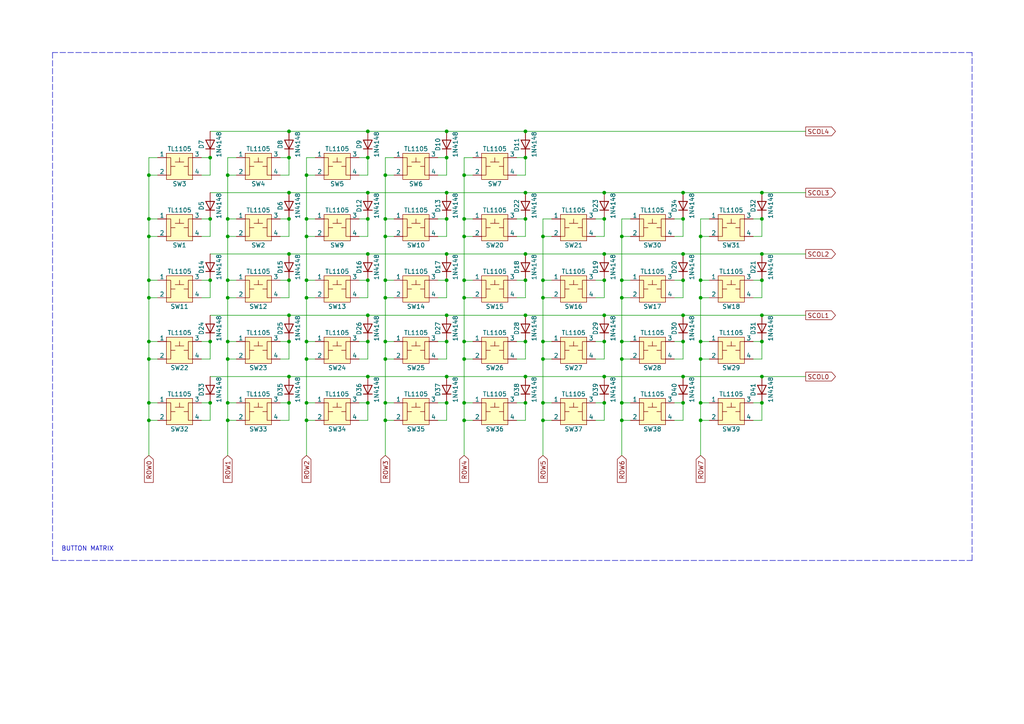
<source format=kicad_sch>
(kicad_sch (version 20211123) (generator eeschema)
  (paper "A4")
  (title_block (title "PER|FORMER eurorack sequencer") (date "2018-10-09") (rev "1.1") (company "westlicht") (comment 1 "cc-by-nc-sa"))
  (junction (at 83.82 109.22))
  (junction (at 106.68 63.5))
  (junction (at 66.04 121.92))
  (junction (at 106.68 91.44))
  (junction (at 175.26 63.5))
  (junction (at 60.96 99.06))
  (junction (at 180.34 121.92))
  (junction (at 198.12 116.84))
  (junction (at 152.4 99.06))
  (junction (at 152.4 63.5))
  (junction (at 129.54 73.66))
  (junction (at 66.04 116.84))
  (junction (at 43.18 63.5))
  (junction (at 88.9 104.14))
  (junction (at 203.2 121.92))
  (junction (at 83.82 38.1))
  (junction (at 106.68 38.1))
  (junction (at 203.2 81.28))
  (junction (at 220.98 73.66))
  (junction (at 152.4 116.84))
  (junction (at 157.48 104.14))
  (junction (at 175.26 109.22))
  (junction (at 66.04 63.5))
  (junction (at 111.76 121.92))
  (junction (at 129.54 55.88))
  (junction (at 111.76 81.28))
  (junction (at 43.18 121.92))
  (junction (at 175.26 73.66))
  (junction (at 83.82 73.66))
  (junction (at 129.54 116.84))
  (junction (at 220.98 99.06))
  (junction (at 60.96 81.28))
  (junction (at 175.26 116.84))
  (junction (at 106.68 45.72))
  (junction (at 83.82 81.28))
  (junction (at 83.82 63.5))
  (junction (at 203.2 86.36))
  (junction (at 220.98 116.84))
  (junction (at 60.96 116.84))
  (junction (at 106.68 109.22))
  (junction (at 134.62 116.84))
  (junction (at 88.9 86.36))
  (junction (at 129.54 63.5))
  (junction (at 203.2 104.14))
  (junction (at 88.9 121.92))
  (junction (at 152.4 81.28))
  (junction (at 203.2 116.84))
  (junction (at 111.76 63.5))
  (junction (at 220.98 91.44))
  (junction (at 220.98 55.88))
  (junction (at 66.04 68.58))
  (junction (at 111.76 99.06))
  (junction (at 134.62 99.06))
  (junction (at 198.12 109.22))
  (junction (at 129.54 45.72))
  (junction (at 134.62 104.14))
  (junction (at 66.04 86.36))
  (junction (at 134.62 86.36))
  (junction (at 175.26 55.88))
  (junction (at 175.26 99.06))
  (junction (at 134.62 68.58))
  (junction (at 180.34 81.28))
  (junction (at 66.04 99.06))
  (junction (at 43.18 99.06))
  (junction (at 43.18 68.58))
  (junction (at 134.62 50.8))
  (junction (at 157.48 116.84))
  (junction (at 198.12 81.28))
  (junction (at 134.62 121.92))
  (junction (at 180.34 68.58))
  (junction (at 152.4 91.44))
  (junction (at 83.82 91.44))
  (junction (at 66.04 81.28))
  (junction (at 134.62 63.5))
  (junction (at 198.12 73.66))
  (junction (at 157.48 121.92))
  (junction (at 43.18 116.84))
  (junction (at 106.68 55.88))
  (junction (at 88.9 50.8))
  (junction (at 88.9 63.5))
  (junction (at 111.76 104.14))
  (junction (at 198.12 99.06))
  (junction (at 157.48 81.28))
  (junction (at 83.82 99.06))
  (junction (at 152.4 109.22))
  (junction (at 129.54 99.06))
  (junction (at 43.18 104.14))
  (junction (at 88.9 116.84))
  (junction (at 43.18 81.28))
  (junction (at 66.04 50.8))
  (junction (at 129.54 91.44))
  (junction (at 111.76 50.8))
  (junction (at 83.82 116.84))
  (junction (at 111.76 68.58))
  (junction (at 152.4 38.1))
  (junction (at 60.96 63.5))
  (junction (at 88.9 68.58))
  (junction (at 180.34 116.84))
  (junction (at 60.96 45.72))
  (junction (at 83.82 45.72))
  (junction (at 198.12 55.88))
  (junction (at 152.4 73.66))
  (junction (at 106.68 73.66))
  (junction (at 66.04 104.14))
  (junction (at 157.48 99.06))
  (junction (at 106.68 116.84))
  (junction (at 106.68 99.06))
  (junction (at 134.62 81.28))
  (junction (at 180.34 86.36))
  (junction (at 106.68 81.28))
  (junction (at 88.9 99.06))
  (junction (at 43.18 86.36))
  (junction (at 88.9 81.28))
  (junction (at 157.48 86.36))
  (junction (at 83.82 55.88))
  (junction (at 180.34 104.14))
  (junction (at 198.12 91.44))
  (junction (at 175.26 81.28))
  (junction (at 198.12 63.5))
  (junction (at 220.98 109.22))
  (junction (at 129.54 81.28))
  (junction (at 180.34 99.06))
  (junction (at 152.4 55.88))
  (junction (at 220.98 81.28))
  (junction (at 220.98 63.5))
  (junction (at 175.26 91.44))
  (junction (at 152.4 45.72))
  (junction (at 129.54 38.1))
  (junction (at 157.48 68.58))
  (junction (at 129.54 109.22))
  (junction (at 203.2 99.06))
  (junction (at 111.76 86.36))
  (junction (at 43.18 50.8))
  (junction (at 203.2 68.58))
  (junction (at 111.76 116.84))
  (wire (pts (xy 218.44 81.28) (xy 220.98 81.28)))
  (wire (pts (xy 111.76 81.28) (xy 111.76 86.36)))
  (wire (pts (xy 66.04 81.28) (xy 66.04 86.36)))
  (wire (pts (xy 83.82 45.72) (xy 83.82 50.8)))
  (wire (pts (xy 66.04 99.06) (xy 66.04 104.14)))
  (wire (pts (xy 203.2 68.58) (xy 203.2 81.28)))
  (wire (pts (xy 157.48 104.14) (xy 160.02 104.14)))
  (wire (pts (xy 220.98 86.36) (xy 218.44 86.36)))
  (wire (pts (xy 134.62 50.8) (xy 134.62 63.5)))
  (wire (pts (xy 45.72 116.84) (xy 43.18 116.84)))
  (wire (pts (xy 152.4 109.22) (xy 175.26 109.22)))
  (wire (pts (xy 175.26 73.66) (xy 198.12 73.66)))
  (wire (pts (xy 152.4 68.58) (xy 149.86 68.58)))
  (wire (pts (xy 198.12 116.84) (xy 198.12 121.92)))
  (wire (pts (xy 91.44 121.92) (xy 88.9 121.92)))
  (wire (pts (xy 83.82 109.22) (xy 106.68 109.22)))
  (wire (pts (xy 180.34 86.36) (xy 180.34 99.06)))
  (wire (pts (xy 203.2 104.14) (xy 205.74 104.14)))
  (wire (pts (xy 175.26 116.84) (xy 175.26 121.92)))
  (wire (pts (xy 60.96 99.06) (xy 60.96 104.14)))
  (wire (pts (xy 129.54 68.58) (xy 127 68.58)))
  (wire (pts (xy 127 81.28) (xy 129.54 81.28)))
  (wire (pts (xy 157.48 116.84) (xy 157.48 121.92)))
  (wire (pts (xy 88.9 104.14) (xy 88.9 116.84)))
  (wire (pts (xy 91.44 104.14) (xy 88.9 104.14)))
  (wire (pts (xy 114.3 86.36) (xy 111.76 86.36)))
  (wire (pts (xy 106.68 63.5) (xy 106.68 68.58)))
  (wire (pts (xy 157.48 116.84) (xy 160.02 116.84)))
  (wire (pts (xy 220.98 116.84) (xy 220.98 121.92)))
  (wire (pts (xy 106.68 73.66) (xy 129.54 73.66)))
  (wire (pts (xy 129.54 116.84) (xy 129.54 121.92)))
  (wire (pts (xy 129.54 86.36) (xy 127 86.36)))
  (wire (pts (xy 106.68 121.92) (xy 104.14 121.92)))
  (wire (pts (xy 43.18 116.84) (xy 43.18 121.92)))
  (wire (pts (xy 111.76 68.58) (xy 111.76 81.28)))
  (wire (pts (xy 88.9 50.8) (xy 88.9 63.5)))
  (wire (pts (xy 152.4 116.84) (xy 152.4 121.92)))
  (wire (pts (xy 106.68 81.28) (xy 106.68 86.36)))
  (wire (pts (xy 149.86 116.84) (xy 152.4 116.84)))
  (wire (pts (xy 198.12 63.5) (xy 198.12 68.58)))
  (wire (pts (xy 88.9 45.72) (xy 88.9 50.8)))
  (wire (pts (xy 83.82 55.88) (xy 106.68 55.88)))
  (wire (pts (xy 104.14 45.72) (xy 106.68 45.72)))
  (wire (pts (xy 91.44 99.06) (xy 88.9 99.06)))
  (wire (pts (xy 172.72 63.5) (xy 175.26 63.5)))
  (wire (pts (xy 180.34 81.28) (xy 180.34 86.36)))
  (wire (pts (xy 134.62 116.84) (xy 134.62 121.92)))
  (wire (pts (xy 157.48 86.36) (xy 160.02 86.36)))
  (wire (pts (xy 203.2 99.06) (xy 205.74 99.06)))
  (wire (pts (xy 60.96 68.58) (xy 58.42 68.58)))
  (wire (pts (xy 83.82 38.1) (xy 106.68 38.1)))
  (polyline (pts (xy 281.94 162.56) (xy 281.94 15.24)))
  (wire (pts (xy 45.72 104.14) (xy 43.18 104.14)))
  (wire (pts (xy 114.3 99.06) (xy 111.76 99.06)))
  (wire (pts (xy 60.96 109.22) (xy 83.82 109.22)))
  (wire (pts (xy 58.42 99.06) (xy 60.96 99.06)))
  (wire (pts (xy 137.16 68.58) (xy 134.62 68.58)))
  (wire (pts (xy 83.82 63.5) (xy 83.82 68.58)))
  (wire (pts (xy 175.26 121.92) (xy 172.72 121.92)))
  (wire (pts (xy 157.48 86.36) (xy 157.48 99.06)))
  (wire (pts (xy 152.4 38.1) (xy 233.68 38.1)))
  (wire (pts (xy 172.72 99.06) (xy 175.26 99.06)))
  (wire (pts (xy 127 116.84) (xy 129.54 116.84)))
  (wire (pts (xy 205.74 68.58) (xy 203.2 68.58)))
  (wire (pts (xy 152.4 86.36) (xy 149.86 86.36)))
  (wire (pts (xy 157.48 99.06) (xy 157.48 104.14)))
  (wire (pts (xy 175.26 55.88) (xy 198.12 55.88)))
  (wire (pts (xy 160.02 63.5) (xy 157.48 63.5)))
  (wire (pts (xy 157.48 68.58) (xy 157.48 81.28)))
  (wire (pts (xy 66.04 63.5) (xy 66.04 68.58)))
  (wire (pts (xy 111.76 63.5) (xy 111.76 68.58)))
  (wire (pts (xy 68.58 99.06) (xy 66.04 99.06)))
  (wire (pts (xy 114.3 121.92) (xy 111.76 121.92)))
  (wire (pts (xy 104.14 99.06) (xy 106.68 99.06)))
  (wire (pts (xy 220.98 63.5) (xy 220.98 68.58)))
  (wire (pts (xy 68.58 86.36) (xy 66.04 86.36)))
  (wire (pts (xy 134.62 68.58) (xy 134.62 81.28)))
  (wire (pts (xy 91.44 116.84) (xy 88.9 116.84)))
  (wire (pts (xy 88.9 99.06) (xy 88.9 104.14)))
  (wire (pts (xy 220.98 91.44) (xy 233.68 91.44)))
  (wire (pts (xy 60.96 81.28) (xy 60.96 86.36)))
  (wire (pts (xy 106.68 104.14) (xy 104.14 104.14)))
  (wire (pts (xy 88.9 68.58) (xy 88.9 81.28)))
  (wire (pts (xy 180.34 99.06) (xy 180.34 104.14)))
  (wire (pts (xy 129.54 73.66) (xy 152.4 73.66)))
  (wire (pts (xy 45.72 121.92) (xy 43.18 121.92)))
  (wire (pts (xy 91.44 50.8) (xy 88.9 50.8)))
  (wire (pts (xy 83.82 99.06) (xy 83.82 104.14)))
  (wire (pts (xy 220.98 104.14) (xy 218.44 104.14)))
  (wire (pts (xy 129.54 38.1) (xy 152.4 38.1)))
  (wire (pts (xy 137.16 45.72) (xy 134.62 45.72)))
  (wire (pts (xy 195.58 63.5) (xy 198.12 63.5)))
  (wire (pts (xy 106.68 50.8) (xy 104.14 50.8)))
  (wire (pts (xy 137.16 116.84) (xy 134.62 116.84)))
  (wire (pts (xy 195.58 99.06) (xy 198.12 99.06)))
  (wire (pts (xy 111.76 50.8) (xy 111.76 63.5)))
  (wire (pts (xy 68.58 116.84) (xy 66.04 116.84)))
  (wire (pts (xy 149.86 99.06) (xy 152.4 99.06)))
  (wire (pts (xy 203.2 63.5) (xy 203.2 68.58)))
  (wire (pts (xy 137.16 63.5) (xy 134.62 63.5)))
  (wire (pts (xy 129.54 104.14) (xy 127 104.14)))
  (wire (pts (xy 60.96 91.44) (xy 83.82 91.44)))
  (wire (pts (xy 60.96 45.72) (xy 60.96 50.8)))
  (wire (pts (xy 172.72 116.84) (xy 175.26 116.84)))
  (polyline (pts (xy 15.24 15.24) (xy 15.24 162.56)))
  (wire (pts (xy 68.58 50.8) (xy 66.04 50.8)))
  (wire (pts (xy 106.68 109.22) (xy 129.54 109.22)))
  (wire (pts (xy 220.98 55.88) (xy 233.68 55.88)))
  (wire (pts (xy 68.58 104.14) (xy 66.04 104.14)))
  (wire (pts (xy 45.72 68.58) (xy 43.18 68.58)))
  (wire (pts (xy 127 99.06) (xy 129.54 99.06)))
  (wire (pts (xy 45.72 63.5) (xy 43.18 63.5)))
  (wire (pts (xy 68.58 121.92) (xy 66.04 121.92)))
  (wire (pts (xy 43.18 50.8) (xy 43.18 63.5)))
  (wire (pts (xy 157.48 104.14) (xy 157.48 116.84)))
  (wire (pts (xy 45.72 45.72) (xy 43.18 45.72)))
  (wire (pts (xy 180.34 99.06) (xy 182.88 99.06)))
  (wire (pts (xy 220.98 73.66) (xy 233.68 73.66)))
  (wire (pts (xy 152.4 45.72) (xy 152.4 50.8)))
  (wire (pts (xy 58.42 63.5) (xy 60.96 63.5)))
  (wire (pts (xy 91.44 81.28) (xy 88.9 81.28)))
  (wire (pts (xy 220.98 99.06) (xy 220.98 104.14)))
  (wire (pts (xy 43.18 81.28) (xy 43.18 86.36)))
  (wire (pts (xy 203.2 86.36) (xy 205.74 86.36)))
  (wire (pts (xy 81.28 116.84) (xy 83.82 116.84)))
  (wire (pts (xy 198.12 73.66) (xy 220.98 73.66)))
  (wire (pts (xy 58.42 116.84) (xy 60.96 116.84)))
  (wire (pts (xy 114.3 81.28) (xy 111.76 81.28)))
  (wire (pts (xy 83.82 91.44) (xy 106.68 91.44)))
  (wire (pts (xy 68.58 81.28) (xy 66.04 81.28)))
  (wire (pts (xy 152.4 50.8) (xy 149.86 50.8)))
  (wire (pts (xy 137.16 86.36) (xy 134.62 86.36)))
  (wire (pts (xy 58.42 45.72) (xy 60.96 45.72)))
  (wire (pts (xy 66.04 104.14) (xy 66.04 116.84)))
  (wire (pts (xy 180.34 116.84) (xy 182.88 116.84)))
  (wire (pts (xy 129.54 50.8) (xy 127 50.8)))
  (wire (pts (xy 43.18 99.06) (xy 43.18 104.14)))
  (wire (pts (xy 129.54 109.22) (xy 152.4 109.22)))
  (wire (pts (xy 198.12 121.92) (xy 195.58 121.92)))
  (wire (pts (xy 220.98 81.28) (xy 220.98 86.36)))
  (wire (pts (xy 111.76 121.92) (xy 111.76 132.08)))
  (polyline (pts (xy 281.94 15.24) (xy 15.24 15.24)))
  (wire (pts (xy 198.12 68.58) (xy 195.58 68.58)))
  (wire (pts (xy 149.86 63.5) (xy 152.4 63.5)))
  (wire (pts (xy 83.82 81.28) (xy 83.82 86.36)))
  (wire (pts (xy 175.26 91.44) (xy 198.12 91.44)))
  (wire (pts (xy 175.26 99.06) (xy 175.26 104.14)))
  (wire (pts (xy 68.58 68.58) (xy 66.04 68.58)))
  (wire (pts (xy 104.14 116.84) (xy 106.68 116.84)))
  (wire (pts (xy 43.18 45.72) (xy 43.18 50.8)))
  (wire (pts (xy 129.54 63.5) (xy 129.54 68.58)))
  (wire (pts (xy 180.34 68.58) (xy 180.34 81.28)))
  (wire (pts (xy 180.34 63.5) (xy 180.34 68.58)))
  (wire (pts (xy 157.48 81.28) (xy 157.48 86.36)))
  (wire (pts (xy 114.3 63.5) (xy 111.76 63.5)))
  (polyline (pts (xy 15.24 162.56) (xy 281.94 162.56)))
  (wire (pts (xy 220.98 68.58) (xy 218.44 68.58)))
  (wire (pts (xy 111.76 86.36) (xy 111.76 99.06)))
  (wire (pts (xy 129.54 99.06) (xy 129.54 104.14)))
  (wire (pts (xy 198.12 86.36) (xy 195.58 86.36)))
  (wire (pts (xy 68.58 63.5) (xy 66.04 63.5)))
  (wire (pts (xy 111.76 104.14) (xy 111.76 116.84)))
  (wire (pts (xy 175.26 109.22) (xy 198.12 109.22)))
  (wire (pts (xy 106.68 55.88) (xy 129.54 55.88)))
  (wire (pts (xy 152.4 91.44) (xy 175.26 91.44)))
  (wire (pts (xy 60.96 121.92) (xy 58.42 121.92)))
  (wire (pts (xy 203.2 104.14) (xy 203.2 116.84)))
  (wire (pts (xy 203.2 121.92) (xy 203.2 132.08)))
  (wire (pts (xy 114.3 68.58) (xy 111.76 68.58)))
  (wire (pts (xy 182.88 68.58) (xy 180.34 68.58)))
  (wire (pts (xy 220.98 121.92) (xy 218.44 121.92)))
  (wire (pts (xy 114.3 104.14) (xy 111.76 104.14)))
  (wire (pts (xy 83.82 86.36) (xy 81.28 86.36)))
  (wire (pts (xy 114.3 116.84) (xy 111.76 116.84)))
  (wire (pts (xy 66.04 121.92) (xy 66.04 132.08)))
  (wire (pts (xy 137.16 104.14) (xy 134.62 104.14)))
  (wire (pts (xy 60.96 104.14) (xy 58.42 104.14)))
  (wire (pts (xy 218.44 116.84) (xy 220.98 116.84)))
  (wire (pts (xy 91.44 86.36) (xy 88.9 86.36)))
  (wire (pts (xy 88.9 121.92) (xy 88.9 132.08)))
  (wire (pts (xy 129.54 121.92) (xy 127 121.92)))
  (wire (pts (xy 66.04 68.58) (xy 66.04 81.28)))
  (wire (pts (xy 83.82 104.14) (xy 81.28 104.14)))
  (wire (pts (xy 88.9 86.36) (xy 88.9 99.06)))
  (wire (pts (xy 60.96 38.1) (xy 83.82 38.1)))
  (wire (pts (xy 134.62 63.5) (xy 134.62 68.58)))
  (wire (pts (xy 180.34 104.14) (xy 182.88 104.14)))
  (wire (pts (xy 134.62 45.72) (xy 134.62 50.8)))
  (wire (pts (xy 203.2 121.92) (xy 205.74 121.92)))
  (wire (pts (xy 45.72 99.06) (xy 43.18 99.06)))
  (wire (pts (xy 106.68 86.36) (xy 104.14 86.36)))
  (wire (pts (xy 160.02 68.58) (xy 157.48 68.58)))
  (wire (pts (xy 218.44 99.06) (xy 220.98 99.06)))
  (wire (pts (xy 198.12 55.88) (xy 220.98 55.88)))
  (wire (pts (xy 152.4 81.28) (xy 152.4 86.36)))
  (wire (pts (xy 127 45.72) (xy 129.54 45.72)))
  (wire (pts (xy 60.96 55.88) (xy 83.82 55.88)))
  (wire (pts (xy 129.54 55.88) (xy 152.4 55.88)))
  (wire (pts (xy 104.14 81.28) (xy 106.68 81.28)))
  (wire (pts (xy 60.96 86.36) (xy 58.42 86.36)))
  (wire (pts (xy 83.82 121.92) (xy 81.28 121.92)))
  (wire (pts (xy 43.18 63.5) (xy 43.18 68.58)))
  (wire (pts (xy 43.18 86.36) (xy 43.18 99.06)))
  (wire (pts (xy 152.4 104.14) (xy 149.86 104.14)))
  (wire (pts (xy 106.68 38.1) (xy 129.54 38.1)))
  (wire (pts (xy 203.2 99.06) (xy 203.2 104.14)))
  (wire (pts (xy 45.72 50.8) (xy 43.18 50.8)))
  (wire (pts (xy 83.82 50.8) (xy 81.28 50.8)))
  (wire (pts (xy 106.68 99.06) (xy 106.68 104.14)))
  (wire (pts (xy 205.74 63.5) (xy 203.2 63.5)))
  (wire (pts (xy 106.68 91.44) (xy 129.54 91.44)))
  (wire (pts (xy 129.54 45.72) (xy 129.54 50.8)))
  (wire (pts (xy 175.26 63.5) (xy 175.26 68.58)))
  (wire (pts (xy 157.48 63.5) (xy 157.48 68.58)))
  (wire (pts (xy 127 63.5) (xy 129.54 63.5)))
  (wire (pts (xy 43.18 104.14) (xy 43.18 116.84)))
  (wire (pts (xy 203.2 116.84) (xy 203.2 121.92)))
  (wire (pts (xy 45.72 86.36) (xy 43.18 86.36)))
  (wire (pts (xy 198.12 104.14) (xy 195.58 104.14)))
  (wire (pts (xy 134.62 81.28) (xy 134.62 86.36)))
  (wire (pts (xy 111.76 45.72) (xy 111.76 50.8)))
  (wire (pts (xy 152.4 73.66) (xy 175.26 73.66)))
  (wire (pts (xy 180.34 116.84) (xy 180.34 121.92)))
  (wire (pts (xy 60.96 73.66) (xy 83.82 73.66)))
  (wire (pts (xy 157.48 81.28) (xy 160.02 81.28)))
  (wire (pts (xy 134.62 86.36) (xy 134.62 99.06)))
  (wire (pts (xy 106.68 116.84) (xy 106.68 121.92)))
  (wire (pts (xy 111.76 99.06) (xy 111.76 104.14)))
  (wire (pts (xy 43.18 121.92) (xy 43.18 132.08)))
  (wire (pts (xy 195.58 81.28) (xy 198.12 81.28)))
  (wire (pts (xy 203.2 81.28) (xy 205.74 81.28)))
  (wire (pts (xy 114.3 50.8) (xy 111.76 50.8)))
  (wire (pts (xy 180.34 121.92) (xy 182.88 121.92)))
  (wire (pts (xy 152.4 63.5) (xy 152.4 68.58)))
  (wire (pts (xy 134.62 104.14) (xy 134.62 116.84)))
  (wire (pts (xy 157.48 121.92) (xy 160.02 121.92)))
  (wire (pts (xy 175.26 68.58) (xy 172.72 68.58)))
  (wire (pts (xy 60.96 50.8) (xy 58.42 50.8)))
  (wire (pts (xy 88.9 81.28) (xy 88.9 86.36)))
  (wire (pts (xy 43.18 68.58) (xy 43.18 81.28)))
  (wire (pts (xy 175.26 86.36) (xy 172.72 86.36)))
  (wire (pts (xy 198.12 91.44) (xy 220.98 91.44)))
  (wire (pts (xy 137.16 99.06) (xy 134.62 99.06)))
  (wire (pts (xy 83.82 68.58) (xy 81.28 68.58)))
  (wire (pts (xy 198.12 99.06) (xy 198.12 104.14)))
  (wire (pts (xy 81.28 63.5) (xy 83.82 63.5)))
  (wire (pts (xy 81.28 81.28) (xy 83.82 81.28)))
  (wire (pts (xy 152.4 121.92) (xy 149.86 121.92)))
  (wire (pts (xy 137.16 121.92) (xy 134.62 121.92)))
  (wire (pts (xy 152.4 99.06) (xy 152.4 104.14)))
  (wire (pts (xy 81.28 99.06) (xy 83.82 99.06)))
  (wire (pts (xy 137.16 81.28) (xy 134.62 81.28)))
  (wire (pts (xy 91.44 45.72) (xy 88.9 45.72)))
  (wire (pts (xy 182.88 63.5) (xy 180.34 63.5)))
  (wire (pts (xy 137.16 50.8) (xy 134.62 50.8)))
  (wire (pts (xy 198.12 81.28) (xy 198.12 86.36)))
  (wire (pts (xy 180.34 81.28) (xy 182.88 81.28)))
  (wire (pts (xy 175.26 81.28) (xy 175.26 86.36)))
  (wire (pts (xy 66.04 86.36) (xy 66.04 99.06)))
  (wire (pts (xy 180.34 104.14) (xy 180.34 116.84)))
  (wire (pts (xy 175.26 104.14) (xy 172.72 104.14)))
  (wire (pts (xy 66.04 116.84) (xy 66.04 121.92)))
  (wire (pts (xy 157.48 121.92) (xy 157.48 132.08)))
  (wire (pts (xy 66.04 50.8) (xy 66.04 63.5)))
  (wire (pts (xy 81.28 45.72) (xy 83.82 45.72)))
  (wire (pts (xy 68.58 45.72) (xy 66.04 45.72)))
  (wire (pts (xy 134.62 99.06) (xy 134.62 104.14)))
  (wire (pts (xy 104.14 63.5) (xy 106.68 63.5)))
  (wire (pts (xy 129.54 81.28) (xy 129.54 86.36)))
  (wire (pts (xy 45.72 81.28) (xy 43.18 81.28)))
  (wire (pts (xy 91.44 68.58) (xy 88.9 68.58)))
  (wire (pts (xy 106.68 68.58) (xy 104.14 68.58)))
  (wire (pts (xy 134.62 121.92) (xy 134.62 132.08)))
  (wire (pts (xy 220.98 109.22) (xy 233.68 109.22)))
  (wire (pts (xy 60.96 63.5) (xy 60.96 68.58)))
  (wire (pts (xy 83.82 116.84) (xy 83.82 121.92)))
  (wire (pts (xy 203.2 81.28) (xy 203.2 86.36)))
  (wire (pts (xy 58.42 81.28) (xy 60.96 81.28)))
  (wire (pts (xy 88.9 116.84) (xy 88.9 121.92)))
  (wire (pts (xy 149.86 81.28) (xy 152.4 81.28)))
  (wire (pts (xy 66.04 45.72) (xy 66.04 50.8)))
  (wire (pts (xy 111.76 116.84) (xy 111.76 121.92)))
  (wire (pts (xy 180.34 121.92) (xy 180.34 132.08)))
  (wire (pts (xy 91.44 63.5) (xy 88.9 63.5)))
  (wire (pts (xy 88.9 63.5) (xy 88.9 68.58)))
  (wire (pts (xy 172.72 81.28) (xy 175.26 81.28)))
  (wire (pts (xy 203.2 86.36) (xy 203.2 99.06)))
  (wire (pts (xy 218.44 63.5) (xy 220.98 63.5)))
  (wire (pts (xy 152.4 55.88) (xy 175.26 55.88)))
  (wire (pts (xy 114.3 45.72) (xy 111.76 45.72)))
  (wire (pts (xy 203.2 116.84) (xy 205.74 116.84)))
  (wire (pts (xy 157.48 99.06) (xy 160.02 99.06)))
  (wire (pts (xy 198.12 109.22) (xy 220.98 109.22)))
  (wire (pts (xy 106.68 45.72) (xy 106.68 50.8)))
  (wire (pts (xy 180.34 86.36) (xy 182.88 86.36)))
  (wire (pts (xy 60.96 116.84) (xy 60.96 121.92)))
  (wire (pts (xy 195.58 116.84) (xy 198.12 116.84)))
  (wire (pts (xy 83.82 73.66) (xy 106.68 73.66)))
  (wire (pts (xy 129.54 91.44) (xy 152.4 91.44)))
  (wire (pts (xy 149.86 45.72) (xy 152.4 45.72)))
  (text "BUTTON MATRIX" (at 17.78 160.02 0) (effects (font (size 1.2954 1.2954)) (justify left bottom)))
  (global_label "ROW2" (shape input) (at 88.9 132.08 270) (effects (font (size 1.2954 1.2954))) (property "Intersheet References" "${INTERSHEET_REFS}" (effects hide)))
  (global_label "ROW0" (shape input) (at 43.18 132.08 270) (effects (font (size 1.2954 1.2954))) (property "Intersheet References" "${INTERSHEET_REFS}" (effects hide)))
  (global_label "SCOL3" (shape output) (at 233.68 55.88 0) (effects (font (size 1.2954 1.2954))) (property "Intersheet References" "${INTERSHEET_REFS}" (effects hide)))
  (global_label "SCOL0" (shape output) (at 233.68 109.22 0) (effects (font (size 1.2954 1.2954))) (property "Intersheet References" "${INTERSHEET_REFS}" (effects hide)))
  (global_label "ROW4" (shape input) (at 134.62 132.08 270) (effects (font (size 1.2954 1.2954))) (property "Intersheet References" "${INTERSHEET_REFS}" (effects hide)))
  (global_label "SCOL1" (shape output) (at 233.68 91.44 0) (effects (font (size 1.2954 1.2954))) (property "Intersheet References" "${INTERSHEET_REFS}" (effects hide)))
  (global_label "ROW7" (shape input) (at 203.2 132.08 270) (effects (font (size 1.2954 1.2954))) (property "Intersheet References" "${INTERSHEET_REFS}" (effects hide)))
  (global_label "ROW5" (shape input) (at 157.48 132.08 270) (effects (font (size 1.2954 1.2954))) (property "Intersheet References" "${INTERSHEET_REFS}" (effects hide)))
  (global_label "ROW3" (shape input) (at 111.76 132.08 270) (effects (font (size 1.2954 1.2954))) (property "Intersheet References" "${INTERSHEET_REFS}" (effects hide)))
  (global_label "SCOL4" (shape output) (at 233.68 38.1 0) (effects (font (size 1.2954 1.2954))) (property "Intersheet References" "${INTERSHEET_REFS}" (effects hide)))
  (global_label "ROW6" (shape input) (at 180.34 132.08 270) (effects (font (size 1.2954 1.2954))) (property "Intersheet References" "${INTERSHEET_REFS}" (effects hide)))
  (global_label "ROW1" (shape input) (at 66.04 132.08 270) (effects (font (size 1.2954 1.2954))) (property "Intersheet References" "${INTERSHEET_REFS}" (effects hide)))
  (global_label "SCOL2" (shape output) (at 233.68 73.66 0) (effects (font (size 1.2954 1.2954))) (property "Intersheet References" "${INTERSHEET_REFS}" (effects hide)))
  (symbol (lib_id "w_switch:TL1105T") (at 52.07 119.38 0) (unit 1)
    (property "Reference" "SW32" (at 52.07 124.46 0))
    (property "Value" "TL1105" (at 52.07 114.3 0))
    (property "Footprint" "w_switch:TL1105T" (effects hide))
    (property "Datasheet" "http://datasheet.octopart.com/TL1105SPF160Q-E-Switch-datasheet-502092.pdf" (effects hide))
    (property "MFN" "E-Switch" (effects hide))
    (property "MFP" "TL1105SPF160Q" (effects hide))
  )
  (symbol (lib_id "w_switch:TL1105T") (at 52.07 101.6 0) (unit 1)
    (property "Reference" "SW22" (at 52.07 106.68 0))
    (property "Value" "TL1105" (at 52.07 96.52 0))
    (property "Footprint" "w_switch:TL1105T" (effects hide))
    (property "Datasheet" "http://datasheet.octopart.com/TL1105SPF160Q-E-Switch-datasheet-502092.pdf" (effects hide))
    (property "MFN" "E-Switch" (effects hide))
    (property "MFP" "TL1105SPF160Q" (effects hide))
  )
  (symbol (lib_id "w_switch:TL1105T") (at 52.07 83.82 0) (unit 1)
    (property "Reference" "SW11" (at 52.07 88.9 0))
    (property "Value" "TL1105" (at 52.07 78.74 0))
    (property "Footprint" "w_switch:TL1105T" (effects hide))
    (property "Datasheet" "http://datasheet.octopart.com/TL1105SPF160Q-E-Switch-datasheet-502092.pdf" (effects hide))
    (property "MFN" "E-Switch" (effects hide))
    (property "MFP" "TL1105SPF160Q" (effects hide))
  )
  (symbol (lib_id "w_switch:TL1105T") (at 52.07 66.04 0) (unit 1)
    (property "Reference" "SW1" (at 52.07 71.12 0))
    (property "Value" "TL1105" (at 52.07 60.96 0))
    (property "Footprint" "w_switch:TL1105T" (effects hide))
    (property "Datasheet" "http://datasheet.octopart.com/TL1105SPF160Q-E-Switch-datasheet-502092.pdf" (effects hide))
    (property "MFN" "E-Switch" (effects hide))
    (property "MFP" "TL1105SPF160Q" (effects hide))
  )
  (symbol (lib_id "w_switch:TL1105T") (at 52.07 48.26 0) (unit 1)
    (property "Reference" "SW3" (at 52.07 53.34 0))
    (property "Value" "TL1105" (at 52.07 43.18 0))
    (property "Footprint" "w_switch:TL1105T" (effects hide))
    (property "Datasheet" "http://datasheet.octopart.com/TL1105SPF160Q-E-Switch-datasheet-502092.pdf" (effects hide))
    (property "MFN" "E-Switch" (effects hide))
    (property "MFP" "TL1105SPF160Q" (effects hide))
  )
  (symbol (lib_id "Device:D") (at 60.96 41.91 90) (unit 1)
    (property "Reference" "D7" (at 58.42 41.91 0))
    (property "Value" "1N4148" (at 63.5 41.91 0))
    (property "Footprint" "w_diode:D_SOD-123" (effects hide))
    (property "Datasheet" "http://datasheet.octopart.com/1N4148W-7-F-Diodes-Inc.-datasheet-12518151.pdf" (effects hide))
    (property "MFN" "Diodes Inc." (effects hide))
    (property "MFP" "1N4148W-7-F" (effects hide))
    (property "Package" "SOD-123" (effects hide))
  )
  (symbol (lib_id "Device:D") (at 60.96 59.69 90) (unit 1)
    (property "Reference" "D5" (at 58.42 59.69 0))
    (property "Value" "1N4148" (at 63.5 59.69 0))
    (property "Footprint" "w_diode:D_SOD-123" (effects hide))
    (property "Datasheet" "http://datasheet.octopart.com/1N4148W-7-F-Diodes-Inc.-datasheet-12518151.pdf" (effects hide))
    (property "MFN" "Diodes Inc." (effects hide))
    (property "MFP" "1N4148W-7-F" (effects hide))
    (property "Package" "SOD-123" (effects hide))
  )
  (symbol (lib_id "Device:D") (at 60.96 77.47 90) (unit 1)
    (property "Reference" "D14" (at 58.42 77.47 0))
    (property "Value" "1N4148" (at 63.5 77.47 0))
    (property "Footprint" "w_diode:D_SOD-123" (effects hide))
    (property "Datasheet" "http://datasheet.octopart.com/1N4148W-7-F-Diodes-Inc.-datasheet-12518151.pdf" (effects hide))
    (property "MFN" "Diodes Inc." (effects hide))
    (property "MFP" "1N4148W-7-F" (effects hide))
    (property "Package" "SOD-123" (effects hide))
  )
  (symbol (lib_id "Device:D") (at 60.96 95.25 90) (unit 1)
    (property "Reference" "D24" (at 58.42 95.25 0))
    (property "Value" "1N4148" (at 63.5 95.25 0))
    (property "Footprint" "w_diode:D_SOD-123" (effects hide))
    (property "Datasheet" "http://datasheet.octopart.com/1N4148W-7-F-Diodes-Inc.-datasheet-12518151.pdf" (effects hide))
    (property "MFN" "Diodes Inc." (effects hide))
    (property "MFP" "1N4148W-7-F" (effects hide))
    (property "Package" "SOD-123" (effects hide))
  )
  (symbol (lib_id "Device:D") (at 60.96 113.03 90) (unit 1)
    (property "Reference" "D33" (at 58.42 113.03 0))
    (property "Value" "1N4148" (at 63.5 113.03 0))
    (property "Footprint" "w_diode:D_SOD-123" (effects hide))
    (property "Datasheet" "http://datasheet.octopart.com/1N4148W-7-F-Diodes-Inc.-datasheet-12518151.pdf" (effects hide))
    (property "MFN" "Diodes Inc." (effects hide))
    (property "MFP" "1N4148W-7-F" (effects hide))
    (property "Package" "SOD-123" (effects hide))
  )
  (symbol (lib_id "w_switch:TL1105T") (at 74.93 119.38 0) (unit 1)
    (property "Reference" "SW33" (at 74.93 124.46 0))
    (property "Value" "TL1105" (at 74.93 114.3 0))
    (property "Footprint" "w_switch:TL1105T" (effects hide))
    (property "Datasheet" "http://datasheet.octopart.com/TL1105SPF160Q-E-Switch-datasheet-502092.pdf" (effects hide))
    (property "MFN" "E-Switch" (effects hide))
    (property "MFP" "TL1105SPF160Q" (effects hide))
  )
  (symbol (lib_id "w_switch:TL1105T") (at 74.93 101.6 0) (unit 1)
    (property "Reference" "SW23" (at 74.93 106.68 0))
    (property "Value" "TL1105" (at 74.93 96.52 0))
    (property "Footprint" "w_switch:TL1105T" (effects hide))
    (property "Datasheet" "http://datasheet.octopart.com/TL1105SPF160Q-E-Switch-datasheet-502092.pdf" (effects hide))
    (property "MFN" "E-Switch" (effects hide))
    (property "MFP" "TL1105SPF160Q" (effects hide))
  )
  (symbol (lib_id "w_switch:TL1105T") (at 74.93 83.82 0) (unit 1)
    (property "Reference" "SW12" (at 74.93 88.9 0))
    (property "Value" "TL1105" (at 74.93 78.74 0))
    (property "Footprint" "w_switch:TL1105T" (effects hide))
    (property "Datasheet" "http://datasheet.octopart.com/TL1105SPF160Q-E-Switch-datasheet-502092.pdf" (effects hide))
    (property "MFN" "E-Switch" (effects hide))
    (property "MFP" "TL1105SPF160Q" (effects hide))
  )
  (symbol (lib_id "w_switch:TL1105T") (at 74.93 66.04 0) (unit 1)
    (property "Reference" "SW2" (at 74.93 71.12 0))
    (property "Value" "TL1105" (at 74.93 60.96 0))
    (property "Footprint" "w_switch:TL1105T" (effects hide))
    (property "Datasheet" "http://datasheet.octopart.com/TL1105SPF160Q-E-Switch-datasheet-502092.pdf" (effects hide))
    (property "MFN" "E-Switch" (effects hide))
    (property "MFP" "TL1105SPF160Q" (effects hide))
  )
  (symbol (lib_id "w_switch:TL1105T") (at 74.93 48.26 0) (unit 1)
    (property "Reference" "SW4" (at 74.93 53.34 0))
    (property "Value" "TL1105" (at 74.93 43.18 0))
    (property "Footprint" "w_switch:TL1105T" (effects hide))
    (property "Datasheet" "http://datasheet.octopart.com/TL1105SPF160Q-E-Switch-datasheet-502092.pdf" (effects hide))
    (property "MFN" "E-Switch" (effects hide))
    (property "MFP" "TL1105SPF160Q" (effects hide))
  )
  (symbol (lib_id "Device:D") (at 83.82 41.91 90) (unit 1)
    (property "Reference" "D8" (at 81.28 41.91 0))
    (property "Value" "1N4148" (at 86.36 41.91 0))
    (property "Footprint" "w_diode:D_SOD-123" (effects hide))
    (property "Datasheet" "http://datasheet.octopart.com/1N4148W-7-F-Diodes-Inc.-datasheet-12518151.pdf" (effects hide))
    (property "MFN" "Diodes Inc." (effects hide))
    (property "MFP" "1N4148W-7-F" (effects hide))
    (property "Package" "SOD-123" (effects hide))
  )
  (symbol (lib_id "Device:D") (at 83.82 59.69 90) (unit 1)
    (property "Reference" "D6" (at 81.28 59.69 0))
    (property "Value" "1N4148" (at 86.36 59.69 0))
    (property "Footprint" "w_diode:D_SOD-123" (effects hide))
    (property "Datasheet" "http://datasheet.octopart.com/1N4148W-7-F-Diodes-Inc.-datasheet-12518151.pdf" (effects hide))
    (property "MFN" "Diodes Inc." (effects hide))
    (property "MFP" "1N4148W-7-F" (effects hide))
    (property "Package" "SOD-123" (effects hide))
  )
  (symbol (lib_id "Device:D") (at 83.82 77.47 90) (unit 1)
    (property "Reference" "D15" (at 81.28 77.47 0))
    (property "Value" "1N4148" (at 86.36 77.47 0))
    (property "Footprint" "w_diode:D_SOD-123" (effects hide))
    (property "Datasheet" "http://datasheet.octopart.com/1N4148W-7-F-Diodes-Inc.-datasheet-12518151.pdf" (effects hide))
    (property "MFN" "Diodes Inc." (effects hide))
    (property "MFP" "1N4148W-7-F" (effects hide))
    (property "Package" "SOD-123" (effects hide))
  )
  (symbol (lib_id "Device:D") (at 83.82 95.25 90) (unit 1)
    (property "Reference" "D25" (at 81.28 95.25 0))
    (property "Value" "1N4148" (at 86.36 95.25 0))
    (property "Footprint" "w_diode:D_SOD-123" (effects hide))
    (property "Datasheet" "http://datasheet.octopart.com/1N4148W-7-F-Diodes-Inc.-datasheet-12518151.pdf" (effects hide))
    (property "MFN" "Diodes Inc." (effects hide))
    (property "MFP" "1N4148W-7-F" (effects hide))
    (property "Package" "SOD-123" (effects hide))
  )
  (symbol (lib_id "Device:D") (at 83.82 113.03 90) (unit 1)
    (property "Reference" "D35" (at 81.28 113.03 0))
    (property "Value" "1N4148" (at 86.36 113.03 0))
    (property "Footprint" "w_diode:D_SOD-123" (effects hide))
    (property "Datasheet" "http://datasheet.octopart.com/1N4148W-7-F-Diodes-Inc.-datasheet-12518151.pdf" (effects hide))
    (property "MFN" "Diodes Inc." (effects hide))
    (property "MFP" "1N4148W-7-F" (effects hide))
    (property "Package" "SOD-123" (effects hide))
  )
  (symbol (lib_id "w_switch:TL1105T") (at 97.79 119.38 0) (unit 1)
    (property "Reference" "SW34" (at 97.79 124.46 0))
    (property "Value" "TL1105" (at 97.79 114.3 0))
    (property "Footprint" "w_switch:TL1105T" (effects hide))
    (property "Datasheet" "http://datasheet.octopart.com/TL1105SPF160Q-E-Switch-datasheet-502092.pdf" (effects hide))
    (property "MFN" "E-Switch" (effects hide))
    (property "MFP" "TL1105SPF160Q" (effects hide))
  )
  (symbol (lib_id "w_switch:TL1105T") (at 97.79 101.6 0) (unit 1)
    (property "Reference" "SW24" (at 97.79 106.68 0))
    (property "Value" "TL1105" (at 97.79 96.52 0))
    (property "Footprint" "w_switch:TL1105T" (effects hide))
    (property "Datasheet" "http://datasheet.octopart.com/TL1105SPF160Q-E-Switch-datasheet-502092.pdf" (effects hide))
    (property "MFN" "E-Switch" (effects hide))
    (property "MFP" "TL1105SPF160Q" (effects hide))
  )
  (symbol (lib_id "w_switch:TL1105T") (at 97.79 83.82 0) (unit 1)
    (property "Reference" "SW13" (at 97.79 88.9 0))
    (property "Value" "TL1105" (at 97.79 78.74 0))
    (property "Footprint" "w_switch:TL1105T" (effects hide))
    (property "Datasheet" "http://datasheet.octopart.com/TL1105SPF160Q-E-Switch-datasheet-502092.pdf" (effects hide))
    (property "MFN" "E-Switch" (effects hide))
    (property "MFP" "TL1105SPF160Q" (effects hide))
  )
  (symbol (lib_id "w_switch:TL1105T") (at 97.79 66.04 0) (unit 1)
    (property "Reference" "SW9" (at 97.79 71.12 0))
    (property "Value" "TL1105" (at 97.79 60.96 0))
    (property "Footprint" "w_switch:TL1105T" (effects hide))
    (property "Datasheet" "http://datasheet.octopart.com/TL1105SPF160Q-E-Switch-datasheet-502092.pdf" (effects hide))
    (property "MFN" "E-Switch" (effects hide))
    (property "MFP" "TL1105SPF160Q" (effects hide))
  )
  (symbol (lib_id "w_switch:TL1105T") (at 97.79 48.26 0) (unit 1)
    (property "Reference" "SW5" (at 97.79 53.34 0))
    (property "Value" "TL1105" (at 97.79 43.18 0))
    (property "Footprint" "w_switch:TL1105T" (effects hide))
    (property "Datasheet" "http://datasheet.octopart.com/TL1105SPF160Q-E-Switch-datasheet-502092.pdf" (effects hide))
    (property "MFN" "E-Switch" (effects hide))
    (property "MFP" "TL1105SPF160Q" (effects hide))
  )
  (symbol (lib_id "Device:D") (at 106.68 41.91 90) (unit 1)
    (property "Reference" "D9" (at 104.14 41.91 0))
    (property "Value" "1N4148" (at 109.22 41.91 0))
    (property "Footprint" "w_diode:D_SOD-123" (effects hide))
    (property "Datasheet" "http://datasheet.octopart.com/1N4148W-7-F-Diodes-Inc.-datasheet-12518151.pdf" (effects hide))
    (property "MFN" "Diodes Inc." (effects hide))
    (property "MFP" "1N4148W-7-F" (effects hide))
    (property "Package" "SOD-123" (effects hide))
  )
  (symbol (lib_id "Device:D") (at 106.68 59.69 90) (unit 1)
    (property "Reference" "D12" (at 104.14 59.69 0))
    (property "Value" "1N4148" (at 109.22 59.69 0))
    (property "Footprint" "w_diode:D_SOD-123" (effects hide))
    (property "Datasheet" "http://datasheet.octopart.com/1N4148W-7-F-Diodes-Inc.-datasheet-12518151.pdf" (effects hide))
    (property "MFN" "Diodes Inc." (effects hide))
    (property "MFP" "1N4148W-7-F" (effects hide))
    (property "Package" "SOD-123" (effects hide))
  )
  (symbol (lib_id "Device:D") (at 106.68 77.47 90) (unit 1)
    (property "Reference" "D16" (at 104.14 77.47 0))
    (property "Value" "1N4148" (at 109.22 77.47 0))
    (property "Footprint" "w_diode:D_SOD-123" (effects hide))
    (property "Datasheet" "http://datasheet.octopart.com/1N4148W-7-F-Diodes-Inc.-datasheet-12518151.pdf" (effects hide))
    (property "MFN" "Diodes Inc." (effects hide))
    (property "MFP" "1N4148W-7-F" (effects hide))
    (property "Package" "SOD-123" (effects hide))
  )
  (symbol (lib_id "Device:D") (at 106.68 95.25 90) (unit 1)
    (property "Reference" "D26" (at 104.14 95.25 0))
    (property "Value" "1N4148" (at 109.22 95.25 0))
    (property "Footprint" "w_diode:D_SOD-123" (effects hide))
    (property "Datasheet" "http://datasheet.octopart.com/1N4148W-7-F-Diodes-Inc.-datasheet-12518151.pdf" (effects hide))
    (property "MFN" "Diodes Inc." (effects hide))
    (property "MFP" "1N4148W-7-F" (effects hide))
    (property "Package" "SOD-123" (effects hide))
  )
  (symbol (lib_id "Device:D") (at 106.68 113.03 90) (unit 1)
    (property "Reference" "D36" (at 104.14 113.03 0))
    (property "Value" "1N4148" (at 109.22 113.03 0))
    (property "Footprint" "w_diode:D_SOD-123" (effects hide))
    (property "Datasheet" "http://datasheet.octopart.com/1N4148W-7-F-Diodes-Inc.-datasheet-12518151.pdf" (effects hide))
    (property "MFN" "Diodes Inc." (effects hide))
    (property "MFP" "1N4148W-7-F" (effects hide))
    (property "Package" "SOD-123" (effects hide))
  )
  (symbol (lib_id "w_switch:TL1105T") (at 120.65 119.38 0) (unit 1)
    (property "Reference" "SW35" (at 120.65 124.46 0))
    (property "Value" "TL1105" (at 120.65 114.3 0))
    (property "Footprint" "w_switch:TL1105T" (effects hide))
    (property "Datasheet" "http://datasheet.octopart.com/TL1105SPF160Q-E-Switch-datasheet-502092.pdf" (effects hide))
    (property "MFN" "E-Switch" (effects hide))
    (property "MFP" "TL1105SPF160Q" (effects hide))
  )
  (symbol (lib_id "w_switch:TL1105T") (at 120.65 101.6 0) (unit 1)
    (property "Reference" "SW25" (at 120.65 106.68 0))
    (property "Value" "TL1105" (at 120.65 96.52 0))
    (property "Footprint" "w_switch:TL1105T" (effects hide))
    (property "Datasheet" "http://datasheet.octopart.com/TL1105SPF160Q-E-Switch-datasheet-502092.pdf" (effects hide))
    (property "MFN" "E-Switch" (effects hide))
    (property "MFP" "TL1105SPF160Q" (effects hide))
  )
  (symbol (lib_id "w_switch:TL1105T") (at 120.65 83.82 0) (unit 1)
    (property "Reference" "SW14" (at 120.65 88.9 0))
    (property "Value" "TL1105" (at 120.65 78.74 0))
    (property "Footprint" "w_switch:TL1105T" (effects hide))
    (property "Datasheet" "http://datasheet.octopart.com/TL1105SPF160Q-E-Switch-datasheet-502092.pdf" (effects hide))
    (property "MFN" "E-Switch" (effects hide))
    (property "MFP" "TL1105SPF160Q" (effects hide))
  )
  (symbol (lib_id "w_switch:TL1105T") (at 120.65 66.04 0) (unit 1)
    (property "Reference" "SW10" (at 120.65 71.12 0))
    (property "Value" "TL1105" (at 120.65 60.96 0))
    (property "Footprint" "w_switch:TL1105T" (effects hide))
    (property "Datasheet" "http://datasheet.octopart.com/TL1105SPF160Q-E-Switch-datasheet-502092.pdf" (effects hide))
    (property "MFN" "E-Switch" (effects hide))
    (property "MFP" "TL1105SPF160Q" (effects hide))
  )
  (symbol (lib_id "w_switch:TL1105T") (at 120.65 48.26 0) (unit 1)
    (property "Reference" "SW6" (at 120.65 53.34 0))
    (property "Value" "TL1105" (at 120.65 43.18 0))
    (property "Footprint" "w_switch:TL1105T" (effects hide))
    (property "Datasheet" "http://datasheet.octopart.com/TL1105SPF160Q-E-Switch-datasheet-502092.pdf" (effects hide))
    (property "MFN" "E-Switch" (effects hide))
    (property "MFP" "TL1105SPF160Q" (effects hide))
  )
  (symbol (lib_id "Device:D") (at 129.54 41.91 90) (unit 1)
    (property "Reference" "D10" (at 127 41.91 0))
    (property "Value" "1N4148" (at 132.08 41.91 0))
    (property "Footprint" "w_diode:D_SOD-123" (effects hide))
    (property "Datasheet" "http://datasheet.octopart.com/1N4148W-7-F-Diodes-Inc.-datasheet-12518151.pdf" (effects hide))
    (property "MFN" "Diodes Inc." (effects hide))
    (property "MFP" "1N4148W-7-F" (effects hide))
    (property "Package" "SOD-123" (effects hide))
  )
  (symbol (lib_id "Device:D") (at 129.54 59.69 90) (unit 1)
    (property "Reference" "D13" (at 127 59.69 0))
    (property "Value" "1N4148" (at 132.08 59.69 0))
    (property "Footprint" "w_diode:D_SOD-123" (effects hide))
    (property "Datasheet" "http://datasheet.octopart.com/1N4148W-7-F-Diodes-Inc.-datasheet-12518151.pdf" (effects hide))
    (property "MFN" "Diodes Inc." (effects hide))
    (property "MFP" "1N4148W-7-F" (effects hide))
    (property "Package" "SOD-123" (effects hide))
  )
  (symbol (lib_id "Device:D") (at 129.54 77.47 90) (unit 1)
    (property "Reference" "D17" (at 127 77.47 0))
    (property "Value" "1N4148" (at 132.08 77.47 0))
    (property "Footprint" "w_diode:D_SOD-123" (effects hide))
    (property "Datasheet" "http://datasheet.octopart.com/1N4148W-7-F-Diodes-Inc.-datasheet-12518151.pdf" (effects hide))
    (property "MFN" "Diodes Inc." (effects hide))
    (property "MFP" "1N4148W-7-F" (effects hide))
    (property "Package" "SOD-123" (effects hide))
  )
  (symbol (lib_id "Device:D") (at 129.54 95.25 90) (unit 1)
    (property "Reference" "D27" (at 127 95.25 0))
    (property "Value" "1N4148" (at 132.08 95.25 0))
    (property "Footprint" "w_diode:D_SOD-123" (effects hide))
    (property "Datasheet" "http://datasheet.octopart.com/1N4148W-7-F-Diodes-Inc.-datasheet-12518151.pdf" (effects hide))
    (property "MFN" "Diodes Inc." (effects hide))
    (property "MFP" "1N4148W-7-F" (effects hide))
    (property "Package" "SOD-123" (effects hide))
  )
  (symbol (lib_id "Device:D") (at 129.54 113.03 90) (unit 1)
    (property "Reference" "D37" (at 127 113.03 0))
    (property "Value" "1N4148" (at 132.08 113.03 0))
    (property "Footprint" "w_diode:D_SOD-123" (effects hide))
    (property "Datasheet" "http://datasheet.octopart.com/1N4148W-7-F-Diodes-Inc.-datasheet-12518151.pdf" (effects hide))
    (property "MFN" "Diodes Inc." (effects hide))
    (property "MFP" "1N4148W-7-F" (effects hide))
    (property "Package" "SOD-123" (effects hide))
  )
  (symbol (lib_id "w_switch:TL1105T") (at 143.51 119.38 0) (unit 1)
    (property "Reference" "SW36" (at 143.51 124.46 0))
    (property "Value" "TL1105" (at 143.51 114.3 0))
    (property "Footprint" "w_switch:TL1105T" (effects hide))
    (property "Datasheet" "http://datasheet.octopart.com/TL1105SPF160Q-E-Switch-datasheet-502092.pdf" (effects hide))
    (property "MFN" "E-Switch" (effects hide))
    (property "MFP" "TL1105SPF160Q" (effects hide))
  )
  (symbol (lib_id "w_switch:TL1105T") (at 143.51 101.6 0) (unit 1)
    (property "Reference" "SW26" (at 143.51 106.68 0))
    (property "Value" "TL1105" (at 143.51 96.52 0))
    (property "Footprint" "w_switch:TL1105T" (effects hide))
    (property "Datasheet" "http://datasheet.octopart.com/TL1105SPF160Q-E-Switch-datasheet-502092.pdf" (effects hide))
    (property "MFN" "E-Switch" (effects hide))
    (property "MFP" "TL1105SPF160Q" (effects hide))
  )
  (symbol (lib_id "w_switch:TL1105T") (at 143.51 83.82 0) (unit 1)
    (property "Reference" "SW15" (at 143.51 88.9 0))
    (property "Value" "TL1105" (at 143.51 78.74 0))
    (property "Footprint" "w_switch:TL1105T" (effects hide))
    (property "Datasheet" "http://datasheet.octopart.com/TL1105SPF160Q-E-Switch-datasheet-502092.pdf" (effects hide))
    (property "MFN" "E-Switch" (effects hide))
    (property "MFP" "TL1105SPF160Q" (effects hide))
  )
  (symbol (lib_id "w_switch:TL1105T") (at 143.51 66.04 0) (unit 1)
    (property "Reference" "SW20" (at 143.51 71.12 0))
    (property "Value" "TL1105" (at 143.51 60.96 0))
    (property "Footprint" "w_switch:TL1105T" (effects hide))
    (property "Datasheet" "http://datasheet.octopart.com/TL1105SPF160Q-E-Switch-datasheet-502092.pdf" (effects hide))
    (property "MFN" "E-Switch" (effects hide))
    (property "MFP" "TL1105SPF160Q" (effects hide))
  )
  (symbol (lib_id "w_switch:TL1105T") (at 143.51 48.26 0) (unit 1)
    (property "Reference" "SW7" (at 143.51 53.34 0))
    (property "Value" "TL1105" (at 143.51 43.18 0))
    (property "Footprint" "w_switch:TL1105T" (effects hide))
    (property "Datasheet" "http://datasheet.octopart.com/TL1105SPF160Q-E-Switch-datasheet-502092.pdf" (effects hide))
    (property "MFN" "E-Switch" (effects hide))
    (property "MFP" "TL1105SPF160Q" (effects hide))
  )
  (symbol (lib_id "Device:D") (at 152.4 41.91 90) (unit 1)
    (property "Reference" "D11" (at 149.86 41.91 0))
    (property "Value" "1N4148" (at 154.94 41.91 0))
    (property "Footprint" "w_diode:D_SOD-123" (effects hide))
    (property "Datasheet" "http://datasheet.octopart.com/1N4148W-7-F-Diodes-Inc.-datasheet-12518151.pdf" (effects hide))
    (property "MFN" "Diodes Inc." (effects hide))
    (property "MFP" "1N4148W-7-F" (effects hide))
    (property "Package" "SOD-123" (effects hide))
  )
  (symbol (lib_id "Device:D") (at 152.4 59.69 90) (unit 1)
    (property "Reference" "D22" (at 149.86 59.69 0))
    (property "Value" "1N4148" (at 154.94 59.69 0))
    (property "Footprint" "w_diode:D_SOD-123" (effects hide))
    (property "Datasheet" "http://datasheet.octopart.com/1N4148W-7-F-Diodes-Inc.-datasheet-12518151.pdf" (effects hide))
    (property "MFN" "Diodes Inc." (effects hide))
    (property "MFP" "1N4148W-7-F" (effects hide))
    (property "Package" "SOD-123" (effects hide))
  )
  (symbol (lib_id "Device:D") (at 152.4 77.47 90) (unit 1)
    (property "Reference" "D18" (at 149.86 77.47 0))
    (property "Value" "1N4148" (at 154.94 77.47 0))
    (property "Footprint" "w_diode:D_SOD-123" (effects hide))
    (property "Datasheet" "http://datasheet.octopart.com/1N4148W-7-F-Diodes-Inc.-datasheet-12518151.pdf" (effects hide))
    (property "MFN" "Diodes Inc." (effects hide))
    (property "MFP" "1N4148W-7-F" (effects hide))
    (property "Package" "SOD-123" (effects hide))
  )
  (symbol (lib_id "Device:D") (at 152.4 95.25 90) (unit 1)
    (property "Reference" "D28" (at 149.86 95.25 0))
    (property "Value" "1N4148" (at 154.94 95.25 0))
    (property "Footprint" "w_diode:D_SOD-123" (effects hide))
    (property "Datasheet" "http://datasheet.octopart.com/1N4148W-7-F-Diodes-Inc.-datasheet-12518151.pdf" (effects hide))
    (property "MFN" "Diodes Inc." (effects hide))
    (property "MFP" "1N4148W-7-F" (effects hide))
    (property "Package" "SOD-123" (effects hide))
  )
  (symbol (lib_id "Device:D") (at 152.4 113.03 90) (unit 1)
    (property "Reference" "D38" (at 149.86 113.03 0))
    (property "Value" "1N4148" (at 154.94 113.03 0))
    (property "Footprint" "w_diode:D_SOD-123" (effects hide))
    (property "Datasheet" "http://datasheet.octopart.com/1N4148W-7-F-Diodes-Inc.-datasheet-12518151.pdf" (effects hide))
    (property "MFN" "Diodes Inc." (effects hide))
    (property "MFP" "1N4148W-7-F" (effects hide))
    (property "Package" "SOD-123" (effects hide))
  )
  (symbol (lib_id "w_switch:TL1105T") (at 166.37 119.38 0) (unit 1)
    (property "Reference" "SW37" (at 166.37 124.46 0))
    (property "Value" "TL1105" (at 166.37 114.3 0))
    (property "Footprint" "w_switch:TL1105T" (effects hide))
    (property "Datasheet" "http://datasheet.octopart.com/TL1105SPF160Q-E-Switch-datasheet-502092.pdf" (effects hide))
    (property "MFN" "E-Switch" (effects hide))
    (property "MFP" "TL1105SPF160Q" (effects hide))
  )
  (symbol (lib_id "w_switch:TL1105T") (at 166.37 101.6 0) (unit 1)
    (property "Reference" "SW27" (at 166.37 106.68 0))
    (property "Value" "TL1105" (at 166.37 96.52 0))
    (property "Footprint" "w_switch:TL1105T" (effects hide))
    (property "Datasheet" "http://datasheet.octopart.com/TL1105SPF160Q-E-Switch-datasheet-502092.pdf" (effects hide))
    (property "MFN" "E-Switch" (effects hide))
    (property "MFP" "TL1105SPF160Q" (effects hide))
  )
  (symbol (lib_id "w_switch:TL1105T") (at 166.37 83.82 0) (unit 1)
    (property "Reference" "SW16" (at 166.37 88.9 0))
    (property "Value" "TL1105" (at 166.37 78.74 0))
    (property "Footprint" "w_switch:TL1105T" (effects hide))
    (property "Datasheet" "http://datasheet.octopart.com/TL1105SPF160Q-E-Switch-datasheet-502092.pdf" (effects hide))
    (property "MFN" "E-Switch" (effects hide))
    (property "MFP" "TL1105SPF160Q" (effects hide))
  )
  (symbol (lib_id "w_switch:TL1105T") (at 166.37 66.04 0) (unit 1)
    (property "Reference" "SW21" (at 166.37 71.12 0))
    (property "Value" "TL1105" (at 166.37 60.96 0))
    (property "Footprint" "w_switch:TL1105T" (effects hide))
    (property "Datasheet" "http://datasheet.octopart.com/TL1105SPF160Q-E-Switch-datasheet-502092.pdf" (effects hide))
    (property "MFN" "E-Switch" (effects hide))
    (property "MFP" "TL1105SPF160Q" (effects hide))
  )
  (symbol (lib_id "Device:D") (at 175.26 59.69 90) (unit 1)
    (property "Reference" "D23" (at 172.72 59.69 0))
    (property "Value" "1N4148" (at 177.8 59.69 0))
    (property "Footprint" "w_diode:D_SOD-123" (effects hide))
    (property "Datasheet" "http://datasheet.octopart.com/1N4148W-7-F-Diodes-Inc.-datasheet-12518151.pdf" (effects hide))
    (property "MFN" "Diodes Inc." (effects hide))
    (property "MFP" "1N4148W-7-F" (effects hide))
    (property "Package" "SOD-123" (effects hide))
  )
  (symbol (lib_id "Device:D") (at 175.26 77.47 90) (unit 1)
    (property "Reference" "D19" (at 172.72 77.47 0))
    (property "Value" "1N4148" (at 177.8 77.47 0))
    (property "Footprint" "w_diode:D_SOD-123" (effects hide))
    (property "Datasheet" "http://datasheet.octopart.com/1N4148W-7-F-Diodes-Inc.-datasheet-12518151.pdf" (effects hide))
    (property "MFN" "Diodes Inc." (effects hide))
    (property "MFP" "1N4148W-7-F" (effects hide))
    (property "Package" "SOD-123" (effects hide))
  )
  (symbol (lib_id "Device:D") (at 175.26 95.25 90) (unit 1)
    (property "Reference" "D29" (at 172.72 95.25 0))
    (property "Value" "1N4148" (at 177.8 95.25 0))
    (property "Footprint" "w_diode:D_SOD-123" (effects hide))
    (property "Datasheet" "http://datasheet.octopart.com/1N4148W-7-F-Diodes-Inc.-datasheet-12518151.pdf" (effects hide))
    (property "MFN" "Diodes Inc." (effects hide))
    (property "MFP" "1N4148W-7-F" (effects hide))
    (property "Package" "SOD-123" (effects hide))
  )
  (symbol (lib_id "Device:D") (at 175.26 113.03 90) (unit 1)
    (property "Reference" "D39" (at 172.72 113.03 0))
    (property "Value" "1N4148" (at 177.8 113.03 0))
    (property "Footprint" "w_diode:D_SOD-123" (effects hide))
    (property "Datasheet" "http://datasheet.octopart.com/1N4148W-7-F-Diodes-Inc.-datasheet-12518151.pdf" (effects hide))
    (property "MFN" "Diodes Inc." (effects hide))
    (property "MFP" "1N4148W-7-F" (effects hide))
    (property "Package" "SOD-123" (effects hide))
  )
  (symbol (lib_id "w_switch:TL1105T") (at 189.23 119.38 0) (unit 1)
    (property "Reference" "SW38" (at 189.23 124.46 0))
    (property "Value" "TL1105" (at 189.23 114.3 0))
    (property "Footprint" "w_switch:TL1105T" (effects hide))
    (property "Datasheet" "http://datasheet.octopart.com/TL1105SPF160Q-E-Switch-datasheet-502092.pdf" (effects hide))
    (property "MFN" "E-Switch" (effects hide))
    (property "MFP" "TL1105SPF160Q" (effects hide))
  )
  (symbol (lib_id "w_switch:TL1105T") (at 189.23 101.6 0) (unit 1)
    (property "Reference" "SW28" (at 189.23 106.68 0))
    (property "Value" "TL1105" (at 189.23 96.52 0))
    (property "Footprint" "w_switch:TL1105T" (effects hide))
    (property "Datasheet" "http://datasheet.octopart.com/TL1105SPF160Q-E-Switch-datasheet-502092.pdf" (effects hide))
    (property "MFN" "E-Switch" (effects hide))
    (property "MFP" "TL1105SPF160Q" (effects hide))
  )
  (symbol (lib_id "w_switch:TL1105T") (at 189.23 83.82 0) (unit 1)
    (property "Reference" "SW17" (at 189.23 88.9 0))
    (property "Value" "TL1105" (at 189.23 78.74 0))
    (property "Footprint" "w_switch:TL1105T" (effects hide))
    (property "Datasheet" "http://datasheet.octopart.com/TL1105SPF160Q-E-Switch-datasheet-502092.pdf" (effects hide))
    (property "MFN" "E-Switch" (effects hide))
    (property "MFP" "TL1105SPF160Q" (effects hide))
  )
  (symbol (lib_id "w_switch:TL1105T") (at 189.23 66.04 0) (unit 1)
    (property "Reference" "SW30" (at 189.23 71.12 0))
    (property "Value" "TL1105" (at 189.23 60.96 0))
    (property "Footprint" "w_switch:TL1105T" (effects hide))
    (property "Datasheet" "http://datasheet.octopart.com/TL1105SPF160Q-E-Switch-datasheet-502092.pdf" (effects hide))
    (property "MFN" "E-Switch" (effects hide))
    (property "MFP" "TL1105SPF160Q" (effects hide))
  )
  (symbol (lib_id "Device:D") (at 198.12 59.69 90) (unit 1)
    (property "Reference" "D34" (at 195.58 59.69 0))
    (property "Value" "1N4148" (at 200.66 59.69 0))
    (property "Footprint" "w_diode:D_SOD-123" (effects hide))
    (property "Datasheet" "http://datasheet.octopart.com/1N4148W-7-F-Diodes-Inc.-datasheet-12518151.pdf" (effects hide))
    (property "MFN" "Diodes Inc." (effects hide))
    (property "MFP" "1N4148W-7-F" (effects hide))
    (property "Package" "SOD-123" (effects hide))
  )
  (symbol (lib_id "Device:D") (at 198.12 77.47 90) (unit 1)
    (property "Reference" "D20" (at 195.58 77.47 0))
    (property "Value" "1N4148" (at 200.66 77.47 0))
    (property "Footprint" "w_diode:D_SOD-123" (effects hide))
    (property "Datasheet" "http://datasheet.octopart.com/1N4148W-7-F-Diodes-Inc.-datasheet-12518151.pdf" (effects hide))
    (property "MFN" "Diodes Inc." (effects hide))
    (property "MFP" "1N4148W-7-F" (effects hide))
    (property "Package" "SOD-123" (effects hide))
  )
  (symbol (lib_id "Device:D") (at 198.12 95.25 90) (unit 1)
    (property "Reference" "D30" (at 195.58 95.25 0))
    (property "Value" "1N4148" (at 200.66 95.25 0))
    (property "Footprint" "w_diode:D_SOD-123" (effects hide))
    (property "Datasheet" "http://datasheet.octopart.com/1N4148W-7-F-Diodes-Inc.-datasheet-12518151.pdf" (effects hide))
    (property "MFN" "Diodes Inc." (effects hide))
    (property "MFP" "1N4148W-7-F" (effects hide))
    (property "Package" "SOD-123" (effects hide))
  )
  (symbol (lib_id "Device:D") (at 198.12 113.03 90) (unit 1)
    (property "Reference" "D40" (at 195.58 113.03 0))
    (property "Value" "1N4148" (at 200.66 113.03 0))
    (property "Footprint" "w_diode:D_SOD-123" (effects hide))
    (property "Datasheet" "http://datasheet.octopart.com/1N4148W-7-F-Diodes-Inc.-datasheet-12518151.pdf" (effects hide))
    (property "MFN" "Diodes Inc." (effects hide))
    (property "MFP" "1N4148W-7-F" (effects hide))
    (property "Package" "SOD-123" (effects hide))
  )
  (symbol (lib_id "w_switch:TL1105T") (at 212.09 119.38 0) (unit 1)
    (property "Reference" "SW39" (at 212.09 124.46 0))
    (property "Value" "TL1105" (at 212.09 114.3 0))
    (property "Footprint" "w_switch:TL1105T" (effects hide))
    (property "Datasheet" "http://datasheet.octopart.com/TL1105SPF160Q-E-Switch-datasheet-502092.pdf" (effects hide))
    (property "MFN" "E-Switch" (effects hide))
    (property "MFP" "TL1105SPF160Q" (effects hide))
  )
  (symbol (lib_id "w_switch:TL1105T") (at 212.09 101.6 0) (unit 1)
    (property "Reference" "SW29" (at 212.09 106.68 0))
    (property "Value" "TL1105" (at 212.09 96.52 0))
    (property "Footprint" "w_switch:TL1105T" (effects hide))
    (property "Datasheet" "http://datasheet.octopart.com/TL1105SPF160Q-E-Switch-datasheet-502092.pdf" (effects hide))
    (property "MFN" "E-Switch" (effects hide))
    (property "MFP" "TL1105SPF160Q" (effects hide))
  )
  (symbol (lib_id "w_switch:TL1105T") (at 212.09 83.82 0) (unit 1)
    (property "Reference" "SW18" (at 212.09 88.9 0))
    (property "Value" "TL1105" (at 212.09 78.74 0))
    (property "Footprint" "w_switch:TL1105T" (effects hide))
    (property "Datasheet" "http://datasheet.octopart.com/TL1105SPF160Q-E-Switch-datasheet-502092.pdf" (effects hide))
    (property "MFN" "E-Switch" (effects hide))
    (property "MFP" "TL1105SPF160Q" (effects hide))
  )
  (symbol (lib_id "w_switch:TL1105T") (at 212.09 66.04 0) (unit 1)
    (property "Reference" "SW31" (at 212.09 71.12 0))
    (property "Value" "TL1105" (at 212.09 60.96 0))
    (property "Footprint" "w_switch:TL1105T" (effects hide))
    (property "Datasheet" "http://datasheet.octopart.com/TL1105SPF160Q-E-Switch-datasheet-502092.pdf" (effects hide))
    (property "MFN" "E-Switch" (effects hide))
    (property "MFP" "TL1105SPF160Q" (effects hide))
  )
  (symbol (lib_id "Device:D") (at 220.98 59.69 90) (unit 1)
    (property "Reference" "D32" (at 218.44 59.69 0))
    (property "Value" "1N4148" (at 223.52 59.69 0))
    (property "Footprint" "w_diode:D_SOD-123" (effects hide))
    (property "Datasheet" "http://datasheet.octopart.com/1N4148W-7-F-Diodes-Inc.-datasheet-12518151.pdf" (effects hide))
    (property "MFN" "Diodes Inc." (effects hide))
    (property "MFP" "1N4148W-7-F" (effects hide))
    (property "Package" "SOD-123" (effects hide))
  )
  (symbol (lib_id "Device:D") (at 220.98 77.47 90) (unit 1)
    (property "Reference" "D21" (at 218.44 77.47 0))
    (property "Value" "1N4148" (at 223.52 77.47 0))
    (property "Footprint" "w_diode:D_SOD-123" (effects hide))
    (property "Datasheet" "http://datasheet.octopart.com/1N4148W-7-F-Diodes-Inc.-datasheet-12518151.pdf" (effects hide))
    (property "MFN" "Diodes Inc." (effects hide))
    (property "MFP" "1N4148W-7-F" (effects hide))
    (property "Package" "SOD-123" (effects hide))
  )
  (symbol (lib_id "Device:D") (at 220.98 95.25 90) (unit 1)
    (property "Reference" "D31" (at 218.44 95.25 0))
    (property "Value" "1N4148" (at 223.52 95.25 0))
    (property "Footprint" "w_diode:D_SOD-123" (effects hide))
    (property "Datasheet" "http://datasheet.octopart.com/1N4148W-7-F-Diodes-Inc.-datasheet-12518151.pdf" (effects hide))
    (property "MFN" "Diodes Inc." (effects hide))
    (property "MFP" "1N4148W-7-F" (effects hide))
    (property "Package" "SOD-123" (effects hide))
  )
  (symbol (lib_id "Device:D") (at 220.98 113.03 90) (unit 1)
    (property "Reference" "D41" (at 218.44 113.03 0))
    (property "Value" "1N4148" (at 223.52 113.03 0))
    (property "Footprint" "w_diode:D_SOD-123" (effects hide))
    (property "Datasheet" "http://datasheet.octopart.com/1N4148W-7-F-Diodes-Inc.-datasheet-12518151.pdf" (effects hide))
    (property "MFN" "Diodes Inc." (effects hide))
    (property "MFP" "1N4148W-7-F" (effects hide))
    (property "Package" "SOD-123" (effects hide))
  )
)
</source>
